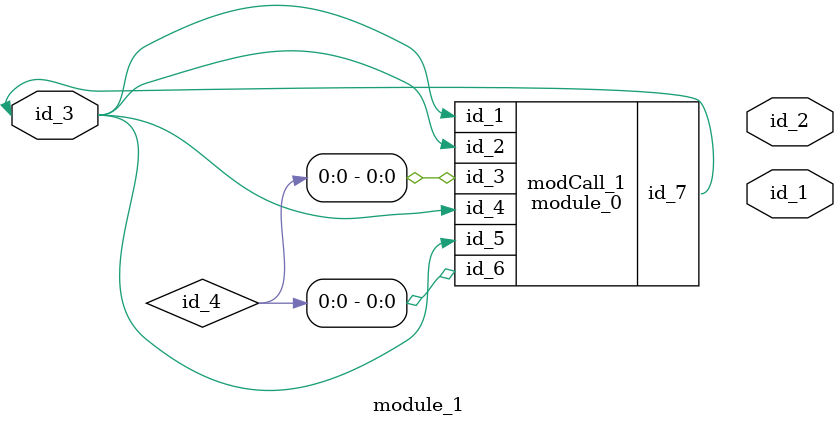
<source format=v>
module module_0 (
    id_1,
    id_2,
    id_3,
    id_4,
    id_5,
    id_6,
    id_7
);
  inout wire id_7;
  input wire id_6;
  input wire id_5;
  input wire id_4;
  input wire id_3;
  input wire id_2;
  input wire id_1;
  assign id_7 = 1;
  assign id_7 = 1;
  assign id_7 = ~id_4;
  wire id_8;
  wire id_9;
endmodule
module module_1 (
    id_1,
    id_2,
    id_3
);
  inout wire id_3;
  output wire id_2;
  output wire id_1;
  integer id_4;
  module_0 modCall_1 (
      id_3,
      id_3,
      id_4,
      id_3,
      id_3,
      id_4,
      id_3
  );
endmodule

</source>
